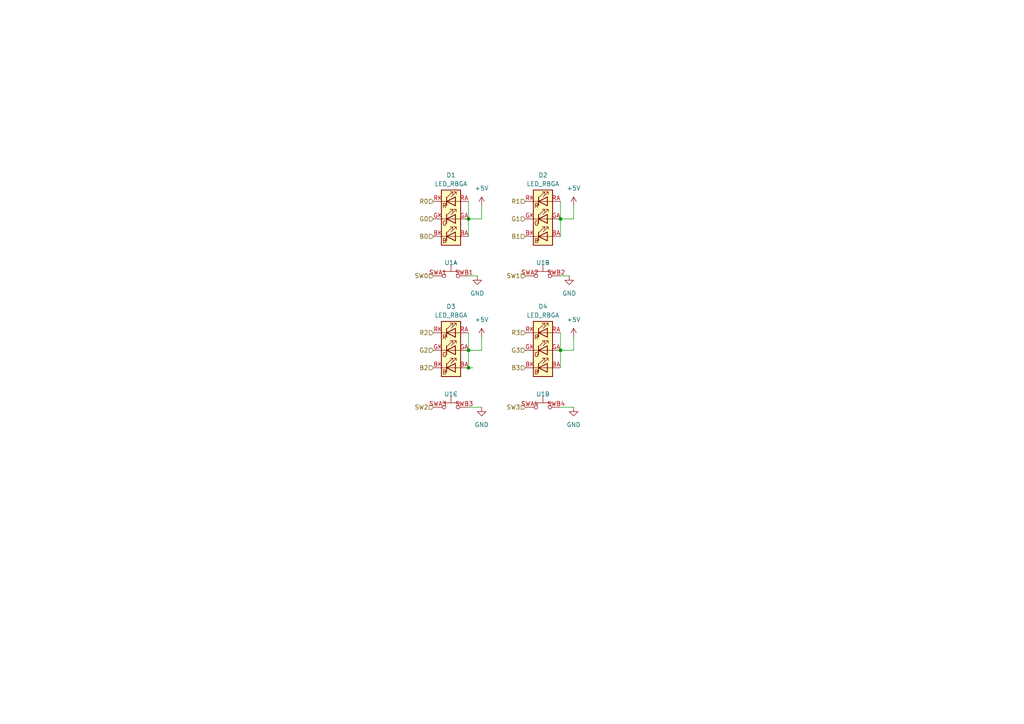
<source format=kicad_sch>
(kicad_sch (version 20230121) (generator eeschema)
  (paper "A4")
  (title_block (title "RGB Button Pad Board") (rev "Rev A") (company "github.com/hoeken/yarrboard") (comment 1 "Open Source Hardware"))
  (lib_symbols
    (symbol "power:+5V" (power) (pin_names (offset 0))
      (property "Value" "+5V" (at 0 3.556 0))
      (symbol "+5V_0_1"
        (polyline (pts (xy -0.762 1.27) (xy 0 2.54)))
        (polyline (pts (xy 0 0) (xy 0 2.54)))
        (polyline (pts (xy 0 2.54) (xy 0.762 1.27)))
      )
      (symbol "+5V_1_1"
        (pin power_in line (at 0 0 90) (length 0) hide (name "+5V") (number "1"))
      )
    )
    (symbol "power:GND" (power) (pin_names (offset 0))
      (property "Value" "GND" (at 0 -3.81 0))
      (symbol "GND_0_1"
        (polyline (pts (xy 0 0) (xy 0 -1.27) (xy 1.27 -1.27) (xy 0 -2.54) (xy -1.27 -1.27) (xy 0 -1.27)))
      )
      (symbol "GND_1_1"
        (pin power_in line (at 0 0 270) (length 0) hide (name "GND") (number "1"))
      )
    )
    (symbol "yarrboard:2x2_RGB_Button"
      (property "Reference" "U" (at 1.27 0 0))
      (symbol "2x2_RGB_Button_0_1"
        (circle (center -2.032 -3.81) (radius 0.508))
        (polyline (pts (xy 0 -2.54) (xy 0 -0.762)))
        (polyline (pts (xy 2.54 -2.54) (xy -2.54 -2.54)))
        (circle (center 2.032 -3.81) (radius 0.508))
      )
      (symbol "2x2_RGB_Button_1_1"
        (pin passive line (at -5.08 -3.81 0) (length 2.54) (name "") (number "SWA1"))
        (pin passive line (at 5.08 -3.81 180) (length 2.54) (name "") (number "SWB1"))
      )
      (symbol "2x2_RGB_Button_2_1"
        (pin passive line (at -5.08 -3.81 0) (length 2.54) (name "") (number "SWA2"))
        (pin passive line (at 5.08 -3.81 180) (length 2.54) (name "") (number "SWB2"))
      )
      (symbol "2x2_RGB_Button_3_1"
        (pin passive line (at -5.08 -3.81 0) (length 2.54) (name "") (number "SWA3"))
        (pin passive line (at 5.08 -3.81 180) (length 2.54) (name "") (number "SWB3"))
      )
      (symbol "2x2_RGB_Button_4_1"
        (pin passive line (at -5.08 -3.81 0) (length 2.54) (name "") (number "SWA4"))
        (pin passive line (at 5.08 -3.81 180) (length 2.54) (name "") (number "SWB4"))
      )
    )
    (symbol "yarrboard:LED_RGB" (pin_names (offset 0) hide)
      (property "Reference" "D1" (at 0 12.7 0))
      (property "Value" "LED_RBGA" (at 0 10.16 0))
      (symbol "LED_RGB_0_0"
        (text "B" (at -1.905 -6.35 0) (effects (font (size 1.27 1.27))))
        (text "G" (at -1.905 -1.27 0) (effects (font (size 1.27 1.27))))
        (text "R" (at -1.905 3.81 0) (effects (font (size 1.27 1.27))))
      )
      (symbol "LED_RGB_0_1"
        (polyline (pts (xy -1.27 -5.08) (xy -2.54 -5.08)))
        (polyline (pts (xy -1.27 -5.08) (xy 1.27 -5.08)))
        (polyline (pts (xy -1.27 -3.81) (xy -1.27 -6.35)) (stroke (width 0.254)))
        (polyline (pts (xy -1.27 0) (xy -2.54 0)))
        (polyline (pts (xy -1.27 1.27) (xy -1.27 -1.27)) (stroke (width 0.254)))
        (polyline (pts (xy -1.27 5.08) (xy -2.54 5.08)))
        (polyline (pts (xy -1.27 5.08) (xy 1.27 5.08)))
        (polyline (pts (xy -1.27 6.35) (xy -1.27 3.81)) (stroke (width 0.254)))
        (polyline (pts (xy 1.27 -5.08) (xy 2.54 -5.08)))
        (polyline (pts (xy 1.27 0) (xy -1.27 0)))
        (polyline (pts (xy 1.27 0) (xy 2.54 0)))
        (polyline (pts (xy 1.27 5.08) (xy 2.54 5.08)))
        (polyline (pts (xy -1.27 1.27) (xy -1.27 -1.27) (xy -1.27 -1.27)))
        (polyline (pts (xy -1.27 6.35) (xy -1.27 3.81) (xy -1.27 3.81)))
        (polyline (pts (xy 1.27 -3.81) (xy 1.27 -6.35) (xy -1.27 -5.08) (xy 1.27 -3.81)) (stroke (width 0.254)))
        (polyline (pts (xy 1.27 1.27) (xy 1.27 -1.27) (xy -1.27 0) (xy 1.27 1.27)) (stroke (width 0.254)))
        (polyline (pts (xy 1.27 6.35) (xy 1.27 3.81) (xy -1.27 5.08) (xy 1.27 6.35)) (stroke (width 0.254)))
        (polyline (pts (xy -1.016 -3.81) (xy 0.508 -2.286) (xy -0.254 -2.286) (xy 0.508 -2.286) (xy 0.508 -3.048)))
        (polyline (pts (xy -1.016 1.27) (xy 0.508 2.794) (xy -0.254 2.794) (xy 0.508 2.794) (xy 0.508 2.032)))
        (polyline (pts (xy -1.016 6.35) (xy 0.508 7.874) (xy -0.254 7.874) (xy 0.508 7.874) (xy 0.508 7.112)))
        (polyline (pts (xy 0 -3.81) (xy 1.524 -2.286) (xy 0.762 -2.286) (xy 1.524 -2.286) (xy 1.524 -3.048)))
        (polyline (pts (xy 0 1.27) (xy 1.524 2.794) (xy 0.762 2.794) (xy 1.524 2.794) (xy 1.524 2.032)))
        (polyline (pts (xy 0 6.35) (xy 1.524 7.874) (xy 0.762 7.874) (xy 1.524 7.874) (xy 1.524 7.112)))
        (rectangle (start 1.27 -1.27) (end 1.27 1.27))
        (rectangle (start 1.27 1.27) (end 1.27 1.27))
        (rectangle (start 1.27 3.81) (end 1.27 6.35))
        (rectangle (start 1.27 6.35) (end 1.27 6.35))
        (rectangle (start 2.794 8.382) (end -2.794 -7.62) (stroke (width 0.254)) (fill (type background)))
      )
      (symbol "LED_RGB_1_1"
        (pin passive line (at 5.08 -5.08 180) (length 2.54) (name "") (number "BA"))
        (pin passive line (at -5.08 -5.08 0) (length 2.54) (name "") (number "BK"))
        (pin passive line (at 5.08 0 180) (length 2.54) (name "") (number "GA"))
        (pin passive line (at -5.08 0 0) (length 2.54) (name "") (number "GK"))
        (pin passive line (at 5.08 5.08 180) (length 2.54) (name "") (number "RA"))
        (pin passive line (at -5.08 5.08 0) (length 2.54) (name "") (number "RK"))
      )
    )
  )
  (junction (at 162.56 63.5))
  (junction (at 162.56 101.6))
  (junction (at 135.89 63.5))
  (junction (at 135.89 101.6))
  (junction (at 135.89 106.68))
  (wire (pts (xy 135.89 96.52) (xy 135.89 101.6)))
  (wire (pts (xy 162.56 96.52) (xy 162.56 101.6)))
  (wire (pts (xy 162.56 58.42) (xy 162.56 63.5)))
  (wire (pts (xy 135.89 106.68) (xy 137.16 106.68)))
  (wire (pts (xy 162.56 101.6) (xy 162.56 106.68)))
  (wire (pts (xy 166.37 97.79) (xy 166.37 101.6)))
  (wire (pts (xy 166.37 63.5) (xy 162.56 63.5)))
  (wire (pts (xy 162.56 63.5) (xy 162.56 68.58)))
  (wire (pts (xy 135.89 80.01) (xy 138.43 80.01)))
  (wire (pts (xy 135.89 118.11) (xy 139.7 118.11)))
  (wire (pts (xy 139.7 101.6) (xy 135.89 101.6)))
  (wire (pts (xy 139.7 63.5) (xy 135.89 63.5)))
  (wire (pts (xy 166.37 101.6) (xy 162.56 101.6)))
  (wire (pts (xy 166.37 59.69) (xy 166.37 63.5)))
  (wire (pts (xy 139.7 97.79) (xy 139.7 101.6)))
  (wire (pts (xy 135.89 101.6) (xy 135.89 106.68)))
  (wire (pts (xy 135.89 63.5) (xy 135.89 68.58)))
  (wire (pts (xy 162.56 118.11) (xy 166.37 118.11)))
  (wire (pts (xy 139.7 59.69) (xy 139.7 63.5)))
  (wire (pts (xy 162.56 80.01) (xy 165.1 80.01)))
  (wire (pts (xy 135.89 58.42) (xy 135.89 63.5)))
  (hierarchical_label "R0" (shape input) (at 125.73 58.42 180))
  (hierarchical_label "B0" (shape input) (at 125.73 68.58 180))
  (hierarchical_label "R3" (shape input) (at 152.4 96.52 180))
  (hierarchical_label "G1" (shape input) (at 152.4 63.5 180))
  (hierarchical_label "G0" (shape input) (at 125.73 63.5 180))
  (hierarchical_label "G3" (shape input) (at 152.4 101.6 180))
  (hierarchical_label "B1" (shape input) (at 152.4 68.58 180))
  (hierarchical_label "R1" (shape input) (at 152.4 58.42 180))
  (hierarchical_label "SW3" (shape input) (at 152.4 118.11 180))
  (hierarchical_label "SW1" (shape input) (at 152.4 80.01 180))
  (hierarchical_label "B2" (shape input) (at 125.73 106.68 180))
  (hierarchical_label "R2" (shape input) (at 125.73 96.52 180))
  (hierarchical_label "SW2" (shape input) (at 125.73 118.11 180))
  (hierarchical_label "G2" (shape input) (at 125.73 101.6 180))
  (hierarchical_label "SW0" (shape input) (at 125.73 80.01 180))
  (hierarchical_label "B3" (shape input) (at 152.4 106.68 180))
  (symbol (lib_id "power:GND") (at 138.43 80.01 0) (unit 1)
    (property "Reference" "#PWR05" (effects hide))
    (property "Value" "GND" (at 138.43 85.09 0))
    (instances (project "button pad board" (path "" (reference "#PWR05") (unit 1)) (path "" (reference "#PWR03") (unit 1)) (path "" (reference "#PWR011") (unit 1))))
  )
  (symbol (lib_id "yarrboard:2x2_RGB_Button") (at 157.48 114.3 0) (unit 4)
    (property "Reference" "U1" (at 157.48 114.3 0))
    (property "Value" "~" (at 158.75 114.3 0))
    (property "Footprint" "yarrboard:BUTTONPAD-2X2" (effects hide))
    (property "Mouser" "474-COM-07836 " (effects hide))
    (instances (project "button pad board" (path "" (reference "U1") (unit 4)) (path "" (reference "U1") (unit 4)) (path "" (reference "U2") (unit 4))))
  )
  (symbol (lib_id "power:+5V") (at 139.7 59.69 0) (unit 1)
    (property "Reference" "#PWR01" (effects hide))
    (property "Value" "+5V" (at 139.7 54.61 0))
    (instances (project "button pad board" (path "" (reference "#PWR01") (unit 1)) (path "" (reference "#PWR02") (unit 1))))
  )
  (symbol (lib_id "yarrboard:2x2_RGB_Button") (at 157.48 76.2 0) (unit 2)
    (property "Reference" "U1" (at 157.48 76.2 0))
    (property "Value" "~" (at 158.75 76.2 0))
    (property "Footprint" "yarrboard:BUTTONPAD-2X2" (effects hide))
    (property "Mouser" "474-COM-07836 " (effects hide))
    (instances (project "button pad board" (path "" (reference "U1") (unit 2)) (path "" (reference "U1") (unit 2)) (path "" (reference "U2") (unit 2))))
  )
  (symbol (lib_id "power:GND") (at 166.37 118.11 0) (unit 1)
    (property "Reference" "#PWR08" (effects hide))
    (property "Value" "GND" (at 166.37 123.19 0))
    (instances (project "button pad board" (path "" (reference "#PWR08") (unit 1)) (path "" (reference "#PWR08") (unit 1)) (path "" (reference "#PWR016") (unit 1))))
  )
  (symbol (lib_id "power:GND") (at 165.1 80.01 0) (unit 1)
    (property "Reference" "#PWR06" (effects hide))
    (property "Value" "GND" (at 165.1 85.09 0))
    (instances (project "button pad board" (path "" (reference "#PWR06") (unit 1)) (path "" (reference "#PWR04") (unit 1)) (path "" (reference "#PWR012") (unit 1))))
  )
  (symbol (lib_id "yarrboard:LED_RGB") (at 130.81 63.5 0) (unit 1)
    (property "Reference" "D1" (at 130.81 50.8 0))
    (property "Value" "LED_RBGA" (at 130.81 53.34 0))
    (property "Footprint" "yarrboard:WURTH_LED_RGB_5050-6" (effects hide))
    (property "LCSC" "C784540" (effects hide))
    (property "Mouser" " 710-150505M173300 " (effects hide))
    (instances (project "button pad board" (path "" (reference "D1") (unit 1)) (path "" (reference "D1") (unit 1)) (path "" (reference "D5") (unit 1))))
  )
  (symbol (lib_id "yarrboard:2x2_RGB_Button") (at 130.81 76.2 0) (unit 1)
    (property "Reference" "U1" (at 130.81 76.2 0))
    (property "Value" "~" (at 132.08 76.2 0))
    (property "Footprint" "yarrboard:BUTTONPAD-2X2" (effects hide))
    (property "Mouser" "474-COM-07836 " (effects hide))
    (instances (project "button pad board" (path "" (reference "U1") (unit 1)) (path "" (reference "U1") (unit 1)) (path "" (reference "U2") (unit 1))))
  )
  (symbol (lib_id "power:GND") (at 139.7 118.11 0) (unit 1)
    (property "Reference" "#PWR07" (effects hide))
    (property "Value" "GND" (at 139.7 123.19 0))
    (instances (project "button pad board" (path "" (reference "#PWR07") (unit 1)) (path "" (reference "#PWR07") (unit 1)) (path "" (reference "#PWR015") (unit 1))))
  )
  (symbol (lib_id "yarrboard:LED_RGB") (at 130.81 101.6 0) (unit 1)
    (property "Reference" "D3" (at 130.81 88.9 0))
    (property "Value" "LED_RBGA" (at 130.81 91.44 0))
    (property "Footprint" "yarrboard:WURTH_LED_RGB_5050-6" (effects hide))
    (property "LCSC" "C784540" (effects hide))
    (property "Mouser" " 710-150505M173300 " (effects hide))
    (instances (project "button pad board" (path "" (reference "D3") (unit 1)) (path "" (reference "D3") (unit 1)) (path "" (reference "D7") (unit 1))))
  )
  (symbol (lib_id "power:+5V") (at 166.37 97.79 0) (unit 1)
    (property "Reference" "#PWR017" (effects hide))
    (property "Value" "+5V" (at 166.37 92.71 0))
    (instances (project "button pad board" (path "" (reference "#PWR017") (unit 1)) (path "" (reference "#PWR018") (unit 1))))
  )
  (symbol (lib_id "yarrboard:2x2_RGB_Button") (at 130.81 114.3 0) (unit 3)
    (property "Reference" "U1" (at 130.81 114.3 0))
    (property "Value" "~" (at 132.08 114.3 0))
    (property "Footprint" "yarrboard:BUTTONPAD-2X2" (effects hide))
    (property "Mouser" "474-COM-07836 " (effects hide))
    (instances (project "button pad board" (path "" (reference "U1") (unit 3)) (path "" (reference "U1") (unit 3)) (path "" (reference "U2") (unit 3))))
  )
  (symbol (lib_id "yarrboard:LED_RGB") (at 157.48 101.6 0) (unit 1)
    (property "Reference" "D4" (at 157.48 88.9 0))
    (property "Value" "LED_RBGA" (at 157.48 91.44 0))
    (property "Footprint" "yarrboard:WURTH_LED_RGB_5050-6" (effects hide))
    (property "LCSC" "C784540" (effects hide))
    (property "Mouser" " 710-150505M173300 " (effects hide))
    (instances (project "button pad board" (path "" (reference "D4") (unit 1)) (path "" (reference "D4") (unit 1)) (path "" (reference "D8") (unit 1))))
  )
  (symbol (lib_id "yarrboard:LED_RGB") (at 157.48 63.5 0) (unit 1)
    (property "Reference" "D2" (at 157.48 50.8 0))
    (property "Value" "LED_RBGA" (at 157.48 53.34 0))
    (property "Footprint" "yarrboard:WURTH_LED_RGB_5050-6" (effects hide))
    (property "LCSC" "C784540" (effects hide))
    (property "Mouser" " 710-150505M173300 " (effects hide))
    (instances (project "button pad board" (path "" (reference "D2") (unit 1)) (path "" (reference "D2") (unit 1)) (path "" (reference "D6") (unit 1))))
  )
  (symbol (lib_id "power:+5V") (at 139.7 97.79 0) (unit 1)
    (property "Reference" "#PWR025" (effects hide))
    (property "Value" "+5V" (at 139.7 92.71 0))
    (instances (project "button pad board" (path "" (reference "#PWR025") (unit 1)) (path "" (reference "#PWR026") (unit 1))))
  )
  (symbol (lib_id "power:+5V") (at 166.37 59.69 0) (unit 1)
    (property "Reference" "#PWR09" (effects hide))
    (property "Value" "+5V" (at 166.37 54.61 0))
    (instances (project "button pad board" (path "" (reference "#PWR09") (unit 1)) (path "" (reference "#PWR010") (unit 1))))
  )
)
</source>
